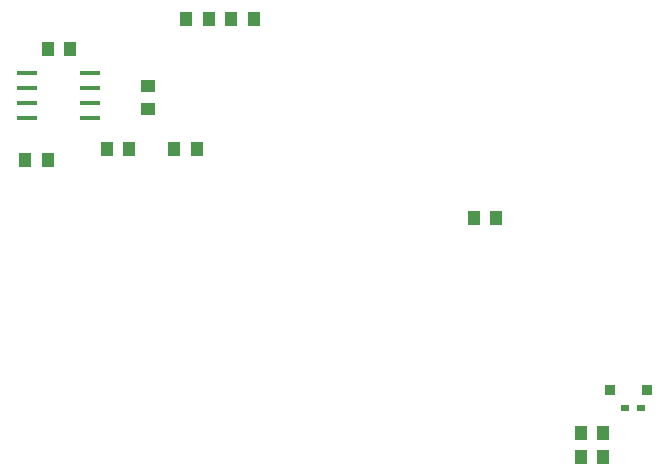
<source format=gbp>
G04 DipTrace 3.0.0.2*
G04 TeensyArbotixProRPIV0.2a.gbp*
%MOIN*%
G04 #@! TF.FileFunction,Paste,Bot*
G04 #@! TF.Part,Single*
%ADD37R,0.035433X0.037402*%
%ADD74R,0.070866X0.015748*%
%ADD84R,0.027559X0.019685*%
%ADD108R,0.051181X0.043307*%
%ADD114R,0.043307X0.051181*%
%FSLAX26Y26*%
G04*
G70*
G90*
G75*
G01*
G04 BotPaste*
%LPD*%
D114*
X1321299Y1783701D3*
X1396103D3*
D108*
X1233701Y1993701D3*
Y1918898D3*
D114*
X898701Y1748701D3*
X823898D3*
D37*
X2896054Y983324D3*
X2772038D3*
D84*
X2875649Y921436D3*
X2824467D3*
D114*
X2751103Y758701D3*
X2676299D3*
X1511299Y2218701D3*
X1586103D3*
X1436103D3*
X1361299D3*
X2751103Y838701D3*
X2676299D3*
X2393504Y1555033D3*
X2318701D3*
X1171103Y1783701D3*
X1096299D3*
X898701Y2118701D3*
X973504D3*
D74*
X828701Y1888701D3*
Y1938701D3*
Y1988701D3*
Y2038701D3*
X1041299D3*
Y1988701D3*
Y1938701D3*
Y1888701D3*
M02*

</source>
